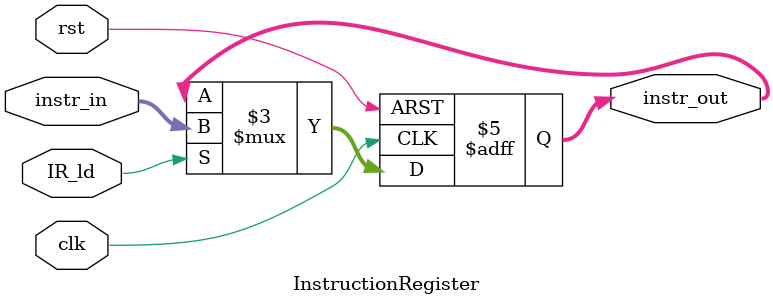
<source format=v>

module InstructionRegister(
    instr_in, 
    IR_ld, 
    instr_out, 
    clk, 
    rst
    );
    // instruction width parameter
    parameter instruction_width = 16;

    // Input output declaration 
    input [instruction_width-1:0] instr_in;
    input IR_ld;
    input clk;
    input rst;
    output reg [instruction_width-1:0] instr_out;

    // logic
    always @(posedge clk or negedge rst) begin 
        if (rst==0) begin 
            instr_out <= 0;
        end
        else if (IR_ld) begin 
            instr_out <= instr_in;
        end
    end

endmodule
</source>
